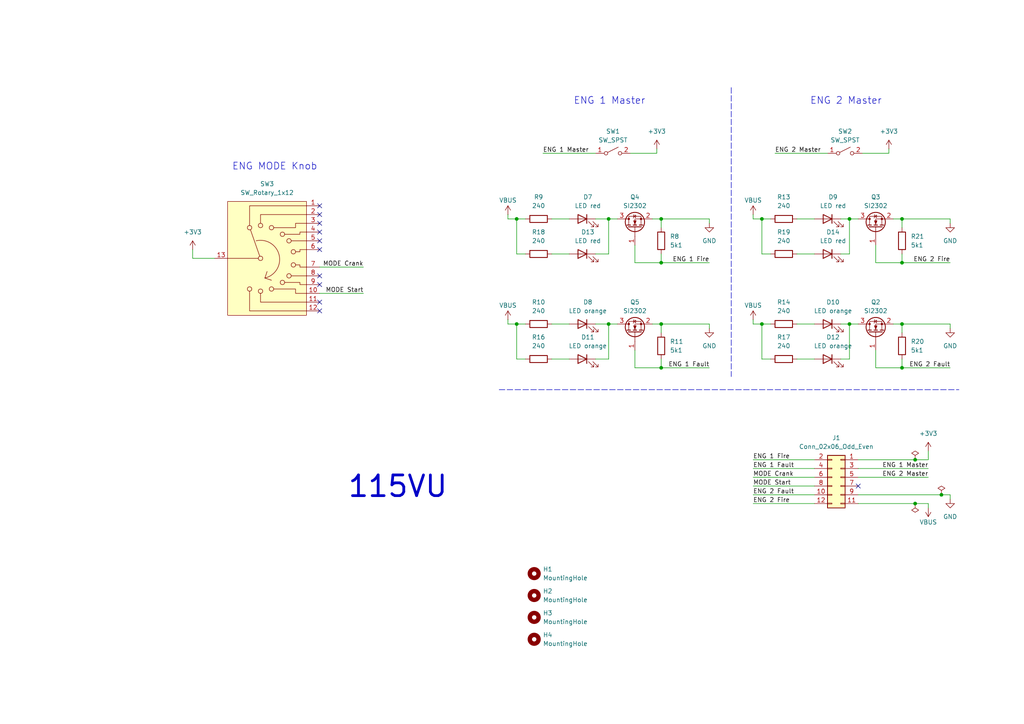
<source format=kicad_sch>
(kicad_sch (version 20231120) (generator "eeschema") (generator_version "8.0")
  (paper "A4")
  (title_block (rev "0.2"))
  (lib_symbols
    (symbol "+3V3_1" (power) (pin_numbers hide) (pin_names (offset 0) hide)
      (property "Value" "+3V3" (at 0 3.556 0))
      (symbol "+3V3_1_0_1"
        (polyline (pts (xy -0.762 1.27) (xy 0 2.54)))
        (polyline (pts (xy 0 0) (xy 0 2.54)))
        (polyline (pts (xy 0 2.54) (xy 0.762 1.27)))
      )
      (symbol "+3V3_1_1_1"
        (pin power_in line (at 0 0 90) (length 0) (name "~") (number "1"))
      )
    )
    (symbol "+3V3_2" (power) (pin_numbers hide) (pin_names (offset 0) hide)
      (property "Value" "+3V3" (at 0 3.556 0))
      (symbol "+3V3_2_0_1"
        (polyline (pts (xy -0.762 1.27) (xy 0 2.54)))
        (polyline (pts (xy 0 0) (xy 0 2.54)))
        (polyline (pts (xy 0 2.54) (xy 0.762 1.27)))
      )
      (symbol "+3V3_2_1_1"
        (pin power_in line (at 0 0 90) (length 0) (name "~") (number "1"))
      )
    )
    (symbol "+3V3_3" (power) (pin_numbers hide) (pin_names (offset 0) hide)
      (property "Value" "+3V3" (at 0 3.556 0))
      (symbol "+3V3_3_0_1"
        (polyline (pts (xy -0.762 1.27) (xy 0 2.54)))
        (polyline (pts (xy 0 0) (xy 0 2.54)))
        (polyline (pts (xy 0 2.54) (xy 0.762 1.27)))
      )
      (symbol "+3V3_3_1_1"
        (pin power_in line (at 0 0 90) (length 0) (name "~") (number "1"))
      )
    )
    (symbol "Connector_Generic:Conn_02x06_Odd_Even" (pin_names (offset 1.016) hide)
      (property "Reference" "J" (at 1.27 7.62 0))
      (property "Value" "Conn_02x06_Odd_Even" (at 1.27 -10.16 0))
      (symbol "Conn_02x06_Odd_Even_1_1"
        (rectangle (start -1.27 -7.493) (end 0 -7.747) (stroke (width 0.1524)))
        (rectangle (start -1.27 -4.953) (end 0 -5.207) (stroke (width 0.1524)))
        (rectangle (start -1.27 -2.413) (end 0 -2.667) (stroke (width 0.1524)))
        (rectangle (start -1.27 0.127) (end 0 -0.127) (stroke (width 0.1524)))
        (rectangle (start -1.27 2.667) (end 0 2.413) (stroke (width 0.1524)))
        (rectangle (start -1.27 5.207) (end 0 4.953) (stroke (width 0.1524)))
        (rectangle (start -1.27 6.35) (end 3.81 -8.89) (stroke (width 0.254)) (fill (type background)))
        (rectangle (start 3.81 -7.493) (end 2.54 -7.747) (stroke (width 0.1524)))
        (rectangle (start 3.81 -4.953) (end 2.54 -5.207) (stroke (width 0.1524)))
        (rectangle (start 3.81 -2.413) (end 2.54 -2.667) (stroke (width 0.1524)))
        (rectangle (start 3.81 0.127) (end 2.54 -0.127) (stroke (width 0.1524)))
        (rectangle (start 3.81 2.667) (end 2.54 2.413) (stroke (width 0.1524)))
        (rectangle (start 3.81 5.207) (end 2.54 4.953) (stroke (width 0.1524)))
        (pin passive line (at -5.08 5.08 0) (length 3.81) (name "Pin_1") (number "1"))
        (pin passive line (at 7.62 -5.08 180) (length 3.81) (name "Pin_10") (number "10"))
        (pin passive line (at -5.08 -7.62 0) (length 3.81) (name "Pin_11") (number "11"))
        (pin passive line (at 7.62 -7.62 180) (length 3.81) (name "Pin_12") (number "12"))
        (pin passive line (at 7.62 5.08 180) (length 3.81) (name "Pin_2") (number "2"))
        (pin passive line (at -5.08 2.54 0) (length 3.81) (name "Pin_3") (number "3"))
        (pin passive line (at 7.62 2.54 180) (length 3.81) (name "Pin_4") (number "4"))
        (pin passive line (at -5.08 0 0) (length 3.81) (name "Pin_5") (number "5"))
        (pin passive line (at 7.62 0 180) (length 3.81) (name "Pin_6") (number "6"))
        (pin passive line (at -5.08 -2.54 0) (length 3.81) (name "Pin_7") (number "7"))
        (pin passive line (at 7.62 -2.54 180) (length 3.81) (name "Pin_8") (number "8"))
        (pin passive line (at -5.08 -5.08 0) (length 3.81) (name "Pin_9") (number "9"))
      )
    )
    (symbol "Device:LED" (pin_numbers hide) (pin_names (offset 1.016) hide)
      (property "Reference" "D" (at 0 2.54 0))
      (property "Value" "LED" (at 0 -2.54 0))
      (symbol "LED_0_1"
        (polyline (pts (xy -1.27 -1.27) (xy -1.27 1.27)) (stroke (width 0.254)))
        (polyline (pts (xy -1.27 0) (xy 1.27 0)))
        (polyline (pts (xy 1.27 -1.27) (xy 1.27 1.27) (xy -1.27 0) (xy 1.27 -1.27)) (stroke (width 0.254)))
        (polyline (pts (xy -3.048 -0.762) (xy -4.572 -2.286) (xy -3.81 -2.286) (xy -4.572 -2.286) (xy -4.572 -1.524)))
        (polyline (pts (xy -1.778 -0.762) (xy -3.302 -2.286) (xy -2.54 -2.286) (xy -3.302 -2.286) (xy -3.302 -1.524)))
      )
      (symbol "LED_1_1"
        (pin passive line (at -3.81 0 0) (length 2.54) (name "K") (number "1"))
        (pin passive line (at 3.81 0 180) (length 2.54) (name "A") (number "2"))
      )
    )
    (symbol "Device:R" (pin_numbers hide) (pin_names (offset 0))
      (property "Reference" "R" (at 2.032 0 90))
      (property "Value" "R" (at 0 0 90))
      (symbol "R_0_1"
        (rectangle (start -1.016 -2.54) (end 1.016 2.54) (stroke (width 0.254)))
      )
      (symbol "R_1_1"
        (pin passive line (at 0 3.81 270) (length 1.27) (name "~") (number "1"))
        (pin passive line (at 0 -3.81 90) (length 1.27) (name "~") (number "2"))
      )
    )
    (symbol "GND_1" (power) (pin_numbers hide) (pin_names (offset 0) hide)
      (property "Value" "GND" (at 0 -3.81 0))
      (symbol "GND_1_0_1"
        (polyline (pts (xy 0 0) (xy 0 -1.27) (xy 1.27 -1.27) (xy 0 -2.54) (xy -1.27 -1.27) (xy 0 -1.27)))
      )
      (symbol "GND_1_1_1"
        (pin power_in line (at 0 0 270) (length 0) (name "~") (number "1"))
      )
    )
    (symbol "GND_2" (power) (pin_numbers hide) (pin_names (offset 0) hide)
      (property "Value" "GND" (at 0 -3.81 0))
      (symbol "GND_2_0_1"
        (polyline (pts (xy 0 0) (xy 0 -1.27) (xy 1.27 -1.27) (xy 0 -2.54) (xy -1.27 -1.27) (xy 0 -1.27)))
      )
      (symbol "GND_2_1_1"
        (pin power_in line (at 0 0 270) (length 0) (name "~") (number "1"))
      )
    )
    (symbol "GND_3" (power) (pin_numbers hide) (pin_names (offset 0) hide)
      (property "Value" "GND" (at 0 -3.81 0))
      (symbol "GND_3_0_1"
        (polyline (pts (xy 0 0) (xy 0 -1.27) (xy 1.27 -1.27) (xy 0 -2.54) (xy -1.27 -1.27) (xy 0 -1.27)))
      )
      (symbol "GND_3_1_1"
        (pin power_in line (at 0 0 270) (length 0) (name "~") (number "1"))
      )
    )
    (symbol "GND_4" (power) (pin_numbers hide) (pin_names (offset 0) hide)
      (property "Value" "GND" (at 0 -3.81 0))
      (symbol "GND_4_0_1"
        (polyline (pts (xy 0 0) (xy 0 -1.27) (xy 1.27 -1.27) (xy 0 -2.54) (xy -1.27 -1.27) (xy 0 -1.27)))
      )
      (symbol "GND_4_1_1"
        (pin power_in line (at 0 0 270) (length 0) (name "~") (number "1"))
      )
    )
    (symbol "Mechanical:MountingHole" (pin_names (offset 1.016))
      (property "Reference" "H" (at 0 5.08 0))
      (property "Value" "MountingHole" (at 0 3.175 0))
      (symbol "MountingHole_0_1"
        (circle (center 0 0) (radius 1.27) (stroke (width 1.27)))
      )
    )
    (symbol "Switch:SW_Rotary_1x12" (pin_names (offset 1.016) hide)
      (property "Reference" "SW" (at 0 17.78 0))
      (property "Value" "SW_Rotary_1x12" (at 0 -17.78 0))
      (symbol "SW_Rotary_1x12_0_0"
        (circle (center -5.08 -8.89) (radius 0.635))
        (circle (center -5.08 8.89) (radius 0.635))
        (circle (center -1.905 -9.525) (radius 0.635))
        (circle (center -1.905 0) (radius 0.635))
        (circle (center -1.905 9.525) (radius 0.635))
        (arc (start -0.635 -5.715) (mid 3.4777 0.949) (end -3.175 5.08))
        (polyline (pts (xy -2.1336 0.6096) (xy -4.826 8.2804)))
        (polyline (pts (xy -0.635 -5.715) (xy 0 -3.81)))
        (polyline (pts (xy -0.635 -5.715) (xy 1.27 -6.35)))
        (polyline (pts (xy 6.985 -5.08) (xy 11.43 -5.08)))
        (polyline (pts (xy 6.985 5.08) (xy 11.43 5.08)))
        (polyline (pts (xy -5.08 -9.525) (xy -5.08 -15.24) (xy 11.43 -15.24)))
        (polyline (pts (xy -5.08 9.525) (xy -5.08 15.24) (xy 11.43 15.24)))
        (polyline (pts (xy -1.905 -10.16) (xy -1.905 -12.7) (xy 11.43 -12.7)))
        (polyline (pts (xy -1.905 10.16) (xy -1.905 12.7) (xy 11.43 12.7)))
        (polyline (pts (xy 1.905 -8.89) (xy 8.255 -8.89) (xy 8.255 -10.16) (xy 11.43 -10.16)))
        (polyline (pts (xy 1.905 8.89) (xy 8.255 8.89) (xy 8.255 10.16) (xy 11.43 10.16)))
        (polyline (pts (xy 5.08 -6.985) (xy 9.525 -6.985) (xy 9.525 -7.62) (xy 11.43 -7.62)))
        (polyline (pts (xy 5.08 6.985) (xy 9.525 6.985) (xy 9.525 7.62) (xy 11.43 7.62)))
        (polyline (pts (xy 8.255 -1.905) (xy 9.525 -1.905) (xy 9.525 -2.54) (xy 11.43 -2.54)))
        (polyline (pts (xy 8.255 1.905) (xy 9.525 1.905) (xy 9.525 2.54) (xy 11.43 2.54)))
        (circle (center 1.27 -8.89) (radius 0.635))
        (circle (center 1.27 8.89) (radius 0.635))
        (circle (center 4.445 -6.985) (radius 0.635))
        (circle (center 4.445 6.985) (radius 0.635))
        (circle (center 6.35 -5.08) (radius 0.635))
        (circle (center 6.35 5.08) (radius 0.635))
        (circle (center 7.62 -1.905) (radius 0.635))
        (circle (center 7.62 1.905) (radius 0.635))
      )
      (symbol "SW_Rotary_1x12_1_1"
        (rectangle (start -11.43 16.51) (end 11.43 -16.51) (fill (type background)))
        (polyline (pts (xy -11.43 0) (xy -2.54 0)))
        (pin passive line (at 15.24 15.24 180) (length 3.81) (name "1") (number "1"))
        (pin passive line (at 15.24 -10.16 180) (length 3.81) (name "10") (number "10"))
        (pin passive line (at 15.24 -12.7 180) (length 3.81) (name "11") (number "11"))
        (pin passive line (at 15.24 -15.24 180) (length 3.81) (name "12") (number "12"))
        (pin passive line (at -15.24 0 0) (length 3.81) (name "13") (number "13"))
        (pin passive line (at 15.24 12.7 180) (length 3.81) (name "2") (number "2"))
        (pin passive line (at 15.24 10.16 180) (length 3.81) (name "3") (number "3"))
        (pin passive line (at 15.24 7.62 180) (length 3.81) (name "4") (number "4"))
        (pin passive line (at 15.24 5.08 180) (length 3.81) (name "5") (number "5"))
        (pin passive line (at 15.24 2.54 180) (length 3.81) (name "6") (number "6"))
        (pin passive line (at 15.24 -2.54 180) (length 3.81) (name "7") (number "7"))
        (pin passive line (at 15.24 -5.08 180) (length 3.81) (name "8") (number "8"))
        (pin passive line (at 15.24 -7.62 180) (length 3.81) (name "9") (number "9"))
      )
    )
    (symbol "Switch:SW_SPST" (pin_names (offset 0) hide)
      (property "Reference" "SW" (at 0 3.175 0))
      (property "Value" "SW_SPST" (at 0 -2.54 0))
      (symbol "SW_SPST_0_0"
        (circle (center -2.032 0) (radius 0.508))
        (polyline (pts (xy -1.524 0.254) (xy 1.524 1.778)))
        (circle (center 2.032 0) (radius 0.508))
      )
      (symbol "SW_SPST_1_1"
        (pin passive line (at -5.08 0 0) (length 2.54) (name "A") (number "1"))
        (pin passive line (at 5.08 0 180) (length 2.54) (name "B") (number "2"))
      )
    )
    (symbol "Transistor_FET:2N7002K" (pin_names hide)
      (property "Reference" "Q" (at 5.08 1.905 0))
      (property "Value" "2N7002K" (at 5.08 0 0))
      (symbol "2N7002K_0_1"
        (polyline (pts (xy 0.254 0) (xy -2.54 0)))
        (polyline (pts (xy 0.254 1.905) (xy 0.254 -1.905)) (stroke (width 0.254)))
        (polyline (pts (xy 0.762 -1.27) (xy 0.762 -2.286)) (stroke (width 0.254)))
        (polyline (pts (xy 0.762 0.508) (xy 0.762 -0.508)) (stroke (width 0.254)))
        (polyline (pts (xy 0.762 2.286) (xy 0.762 1.27)) (stroke (width 0.254)))
        (polyline (pts (xy 2.54 2.54) (xy 2.54 1.778)))
        (polyline (pts (xy 2.54 -2.54) (xy 2.54 0) (xy 0.762 0)))
        (polyline (pts (xy 0.762 -1.778) (xy 3.302 -1.778) (xy 3.302 1.778) (xy 0.762 1.778)))
        (polyline (pts (xy 1.016 0) (xy 2.032 0.381) (xy 2.032 -0.381) (xy 1.016 0)) (fill (type outline)))
        (polyline (pts (xy 2.794 0.508) (xy 2.921 0.381) (xy 3.683 0.381) (xy 3.81 0.254)))
        (polyline (pts (xy 3.302 0.381) (xy 2.921 -0.254) (xy 3.683 -0.254) (xy 3.302 0.381)))
        (circle (center 1.651 0) (radius 2.794) (stroke (width 0.254)))
        (circle (center 2.54 -1.778) (radius 0.254) (fill (type outline)))
        (circle (center 2.54 1.778) (radius 0.254) (fill (type outline)))
      )
      (symbol "2N7002K_1_1"
        (pin input line (at -5.08 0 0) (length 2.54) (name "G") (number "1"))
        (pin passive line (at 2.54 -5.08 90) (length 2.54) (name "S") (number "2"))
        (pin passive line (at 2.54 5.08 270) (length 2.54) (name "D") (number "3"))
      )
    )
    (symbol "VBUS_1" (power) (pin_numbers hide) (pin_names (offset 0) hide)
      (property "Value" "VBUS" (at 0 3.556 0))
      (symbol "VBUS_1_0_1"
        (polyline (pts (xy -0.762 1.27) (xy 0 2.54)))
        (polyline (pts (xy 0 0) (xy 0 2.54)))
        (polyline (pts (xy 0 2.54) (xy 0.762 1.27)))
      )
      (symbol "VBUS_1_1_1"
        (pin power_in line (at 0 0 90) (length 0) (name "~") (number "1"))
      )
    )
    (symbol "VBUS_2" (power) (pin_numbers hide) (pin_names (offset 0) hide)
      (property "Value" "VBUS" (at 0 3.556 0))
      (symbol "VBUS_2_0_1"
        (polyline (pts (xy -0.762 1.27) (xy 0 2.54)))
        (polyline (pts (xy 0 0) (xy 0 2.54)))
        (polyline (pts (xy 0 2.54) (xy 0.762 1.27)))
      )
      (symbol "VBUS_2_1_1"
        (pin power_in line (at 0 0 90) (length 0) (name "~") (number "1"))
      )
    )
    (symbol "VBUS_3" (power) (pin_numbers hide) (pin_names (offset 0) hide)
      (property "Value" "VBUS" (at 0 3.556 0))
      (symbol "VBUS_3_0_1"
        (polyline (pts (xy -0.762 1.27) (xy 0 2.54)))
        (polyline (pts (xy 0 0) (xy 0 2.54)))
        (polyline (pts (xy 0 2.54) (xy 0.762 1.27)))
      )
      (symbol "VBUS_3_1_1"
        (pin power_in line (at 0 0 90) (length 0) (name "~") (number "1"))
      )
    )
    (symbol "VBUS_4" (power) (pin_numbers hide) (pin_names (offset 0) hide)
      (property "Value" "VBUS" (at 0 3.556 0))
      (symbol "VBUS_4_0_1"
        (polyline (pts (xy -0.762 1.27) (xy 0 2.54)))
        (polyline (pts (xy 0 0) (xy 0 2.54)))
        (polyline (pts (xy 0 2.54) (xy 0.762 1.27)))
      )
      (symbol "VBUS_4_1_1"
        (pin power_in line (at 0 0 90) (length 0) (name "~") (number "1"))
      )
    )
    (symbol "power:+3V3" (power) (pin_numbers hide) (pin_names (offset 0) hide)
      (property "Value" "+3V3" (at 0 3.556 0))
      (symbol "+3V3_0_1"
        (polyline (pts (xy -0.762 1.27) (xy 0 2.54)))
        (polyline (pts (xy 0 0) (xy 0 2.54)))
        (polyline (pts (xy 0 2.54) (xy 0.762 1.27)))
      )
      (symbol "+3V3_1_1"
        (pin power_in line (at 0 0 90) (length 0) (name "~") (number "1"))
      )
    )
    (symbol "power:GND" (power) (pin_numbers hide) (pin_names (offset 0) hide)
      (property "Value" "GND" (at 0 -3.81 0))
      (symbol "GND_0_1"
        (polyline (pts (xy 0 0) (xy 0 -1.27) (xy 1.27 -1.27) (xy 0 -2.54) (xy -1.27 -1.27) (xy 0 -1.27)))
      )
      (symbol "GND_1_1"
        (pin power_in line (at 0 0 270) (length 0) (name "~") (number "1"))
      )
    )
    (symbol "power:PWR_FLAG" (power) (pin_numbers hide) (pin_names (offset 0) hide)
      (property "Value" "PWR_FLAG" (at 0 3.81 0))
      (symbol "PWR_FLAG_0_0"
        (pin power_out line (at 0 0 90) (length 0) (name "~") (number "1"))
      )
      (symbol "PWR_FLAG_0_1"
        (polyline (pts (xy 0 0) (xy 0 1.27) (xy -1.016 1.905) (xy 0 2.54) (xy 1.016 1.905) (xy 0 1.27)))
      )
    )
    (symbol "power:VBUS" (power) (pin_numbers hide) (pin_names (offset 0) hide)
      (property "Value" "VBUS" (at 0 3.556 0))
      (symbol "VBUS_0_1"
        (polyline (pts (xy -0.762 1.27) (xy 0 2.54)))
        (polyline (pts (xy 0 0) (xy 0 2.54)))
        (polyline (pts (xy 0 2.54) (xy 0.762 1.27)))
      )
      (symbol "VBUS_1_1"
        (pin power_in line (at 0 0 90) (length 0) (name "~") (number "1"))
      )
    )
  )
  (junction (at 261.62 93.98))
  (junction (at 176.53 93.98))
  (junction (at 149.86 63.5))
  (junction (at 191.77 76.2))
  (junction (at 191.77 106.68))
  (junction (at 261.62 63.5))
  (junction (at 220.98 63.5))
  (junction (at 220.98 93.98))
  (junction (at 261.62 76.2))
  (junction (at 261.62 106.68))
  (junction (at 191.77 63.5))
  (junction (at 246.38 93.98))
  (junction (at 265.43 146.05))
  (junction (at 265.43 133.35))
  (junction (at 273.05 143.51))
  (junction (at 246.38 63.5))
  (junction (at 176.53 63.5))
  (junction (at 191.77 93.98))
  (junction (at 149.86 93.98))
  (no_connect (at 92.71 72.39))
  (no_connect (at 248.92 140.97))
  (no_connect (at 92.71 80.01))
  (no_connect (at 92.71 90.17))
  (no_connect (at 92.71 59.69))
  (no_connect (at 92.71 64.77))
  (no_connect (at 92.71 67.31))
  (no_connect (at 92.71 62.23))
  (no_connect (at 92.71 69.85))
  (no_connect (at 92.71 82.55))
  (no_connect (at 92.71 87.63))
  (wire (pts (xy 243.84 104.14) (xy 246.38 104.14)))
  (wire (pts (xy 275.59 93.98) (xy 261.62 93.98)))
  (wire (pts (xy 160.02 104.14) (xy 165.1 104.14)))
  (wire (pts (xy 92.71 85.09) (xy 105.41 85.09)))
  (wire (pts (xy 160.02 93.98) (xy 165.1 93.98)))
  (wire (pts (xy 218.44 93.98) (xy 220.98 93.98)))
  (wire (pts (xy 218.44 140.97) (xy 236.22 140.97)))
  (wire (pts (xy 147.32 62.23) (xy 147.32 63.5)))
  (wire (pts (xy 205.74 93.98) (xy 191.77 93.98)))
  (wire (pts (xy 259.08 63.5) (xy 261.62 63.5)))
  (wire (pts (xy 191.77 76.2) (xy 205.74 76.2)))
  (wire (pts (xy 184.15 71.12) (xy 184.15 76.2)))
  (wire (pts (xy 220.98 93.98) (xy 220.98 104.14)))
  (wire (pts (xy 261.62 76.2) (xy 275.59 76.2)))
  (wire (pts (xy 248.92 143.51) (xy 273.05 143.51)))
  (wire (pts (xy 147.32 93.98) (xy 149.86 93.98)))
  (wire (pts (xy 218.44 146.05) (xy 236.22 146.05)))
  (wire (pts (xy 149.86 63.5) (xy 152.4 63.5)))
  (wire (pts (xy 184.15 101.6) (xy 184.15 106.68)))
  (wire (pts (xy 149.86 93.98) (xy 152.4 93.98)))
  (wire (pts (xy 176.53 93.98) (xy 179.07 93.98)))
  (wire (pts (xy 205.74 64.77) (xy 205.74 63.5)))
  (wire (pts (xy 189.23 93.98) (xy 191.77 93.98)))
  (wire (pts (xy 246.38 63.5) (xy 248.92 63.5)))
  (wire (pts (xy 265.43 146.05) (xy 269.24 146.05)))
  (wire (pts (xy 172.72 104.14) (xy 176.53 104.14)))
  (wire (pts (xy 218.44 62.23) (xy 218.44 63.5)))
  (wire (pts (xy 248.92 133.35) (xy 265.43 133.35)))
  (polyline (pts (xy 144.78 113.03) (xy 278.13 113.03)) (stroke (width 0) (type dash)))
  (wire (pts (xy 55.88 72.39) (xy 55.88 74.93)))
  (wire (pts (xy 205.74 63.5) (xy 191.77 63.5)))
  (wire (pts (xy 254 101.6) (xy 254 106.68)))
  (wire (pts (xy 176.53 63.5) (xy 172.72 63.5)))
  (wire (pts (xy 246.38 63.5) (xy 243.84 63.5)))
  (wire (pts (xy 275.59 63.5) (xy 261.62 63.5)))
  (wire (pts (xy 191.77 63.5) (xy 191.77 66.04)))
  (wire (pts (xy 147.32 92.71) (xy 147.32 93.98)))
  (wire (pts (xy 254 106.68) (xy 261.62 106.68)))
  (wire (pts (xy 243.84 73.66) (xy 246.38 73.66)))
  (wire (pts (xy 269.24 147.32) (xy 269.24 146.05)))
  (wire (pts (xy 55.88 74.93) (xy 62.23 74.93)))
  (wire (pts (xy 152.4 73.66) (xy 149.86 73.66)))
  (wire (pts (xy 269.24 130.81) (xy 269.24 133.35)))
  (wire (pts (xy 275.59 64.77) (xy 275.59 63.5)))
  (wire (pts (xy 191.77 73.66) (xy 191.77 76.2)))
  (wire (pts (xy 231.14 93.98) (xy 236.22 93.98)))
  (wire (pts (xy 218.44 92.71) (xy 218.44 93.98)))
  (wire (pts (xy 218.44 138.43) (xy 236.22 138.43)))
  (wire (pts (xy 218.44 135.89) (xy 236.22 135.89)))
  (wire (pts (xy 152.4 104.14) (xy 149.86 104.14)))
  (wire (pts (xy 261.62 93.98) (xy 261.62 96.52)))
  (wire (pts (xy 92.71 77.47) (xy 105.41 77.47)))
  (wire (pts (xy 191.77 93.98) (xy 191.77 96.52)))
  (wire (pts (xy 160.02 73.66) (xy 165.1 73.66)))
  (wire (pts (xy 248.92 135.89) (xy 269.24 135.89)))
  (wire (pts (xy 184.15 76.2) (xy 191.77 76.2)))
  (wire (pts (xy 220.98 63.5) (xy 220.98 73.66)))
  (wire (pts (xy 231.14 104.14) (xy 236.22 104.14)))
  (wire (pts (xy 275.59 143.51) (xy 275.59 144.78)))
  (wire (pts (xy 273.05 143.51) (xy 275.59 143.51)))
  (wire (pts (xy 254 71.12) (xy 254 76.2)))
  (wire (pts (xy 248.92 138.43) (xy 269.24 138.43)))
  (wire (pts (xy 231.14 73.66) (xy 236.22 73.66)))
  (polyline (pts (xy 212.09 25.4) (xy 212.09 109.22)) (stroke (width 0) (type dash)))
  (wire (pts (xy 218.44 133.35) (xy 236.22 133.35)))
  (wire (pts (xy 157.48 44.45) (xy 172.72 44.45)))
  (wire (pts (xy 246.38 93.98) (xy 248.92 93.98)))
  (wire (pts (xy 275.59 95.25) (xy 275.59 93.98)))
  (wire (pts (xy 176.53 63.5) (xy 179.07 63.5)))
  (wire (pts (xy 265.43 133.35) (xy 269.24 133.35)))
  (wire (pts (xy 231.14 63.5) (xy 236.22 63.5)))
  (wire (pts (xy 224.79 44.45) (xy 240.03 44.45)))
  (wire (pts (xy 220.98 63.5) (xy 223.52 63.5)))
  (wire (pts (xy 176.53 93.98) (xy 172.72 93.98)))
  (wire (pts (xy 254 76.2) (xy 261.62 76.2)))
  (wire (pts (xy 218.44 143.51) (xy 236.22 143.51)))
  (wire (pts (xy 182.88 44.45) (xy 190.5 44.45)))
  (wire (pts (xy 261.62 104.14) (xy 261.62 106.68)))
  (wire (pts (xy 257.81 43.18) (xy 257.81 44.45)))
  (wire (pts (xy 205.74 95.25) (xy 205.74 93.98)))
  (wire (pts (xy 259.08 93.98) (xy 261.62 93.98)))
  (wire (pts (xy 176.53 93.98) (xy 176.53 104.14)))
  (wire (pts (xy 149.86 63.5) (xy 149.86 73.66)))
  (wire (pts (xy 250.19 44.45) (xy 257.81 44.45)))
  (wire (pts (xy 176.53 63.5) (xy 176.53 73.66)))
  (wire (pts (xy 147.32 63.5) (xy 149.86 63.5)))
  (wire (pts (xy 261.62 73.66) (xy 261.62 76.2)))
  (wire (pts (xy 246.38 63.5) (xy 246.38 73.66)))
  (wire (pts (xy 223.52 73.66) (xy 220.98 73.66)))
  (wire (pts (xy 246.38 93.98) (xy 243.84 93.98)))
  (wire (pts (xy 160.02 63.5) (xy 165.1 63.5)))
  (wire (pts (xy 191.77 106.68) (xy 205.74 106.68)))
  (wire (pts (xy 261.62 106.68) (xy 275.59 106.68)))
  (wire (pts (xy 191.77 104.14) (xy 191.77 106.68)))
  (wire (pts (xy 184.15 106.68) (xy 191.77 106.68)))
  (wire (pts (xy 246.38 93.98) (xy 246.38 104.14)))
  (wire (pts (xy 261.62 63.5) (xy 261.62 66.04)))
  (wire (pts (xy 223.52 104.14) (xy 220.98 104.14)))
  (wire (pts (xy 172.72 73.66) (xy 176.53 73.66)))
  (wire (pts (xy 149.86 93.98) (xy 149.86 104.14)))
  (wire (pts (xy 190.5 43.18) (xy 190.5 44.45)))
  (wire (pts (xy 248.92 146.05) (xy 265.43 146.05)))
  (wire (pts (xy 218.44 63.5) (xy 220.98 63.5)))
  (wire (pts (xy 189.23 63.5) (xy 191.77 63.5)))
  (wire (pts (xy 220.98 93.98) (xy 223.52 93.98)))
  (text "ENG 1 Master" (at 166.37 30.48 0) (effects (font (size 2 2)) (justify left bottom)))
  (text "ENG MODE Knob" (at 67.31 49.53 0) (effects (font (size 2 2)) (justify left bottom)))
  (text "115VU" (at 100.584 144.78 0) (effects (font (size 6 6) (thickness 0.8) (bold yes)) (justify left bottom)))
  (text "ENG 2 Master" (at 234.95 30.48 0) (effects (font (size 2 2)) (justify left bottom)))
  (label "ENG 1 Fault" (at 218.44 135.89 0))
  (label "ENG 1 Master" (at 269.24 135.89 180))
  (label "ENG 2 Fault" (at 218.44 143.51 0))
  (label "MODE Crank" (at 105.41 77.47 180))
  (label "ENG 1 Master" (at 157.48 44.45 0))
  (label "ENG 2 Master" (at 224.79 44.45 0))
  (label "MODE Start" (at 218.44 140.97 0))
  (label "ENG 2 Fault" (at 275.59 106.68 180))
  (label "ENG 2 Fire" (at 218.44 146.05 0))
  (label "MODE Start" (at 105.41 85.09 180))
  (label "ENG 2 Master" (at 269.24 138.43 180))
  (label "ENG 1 Fire" (at 218.44 133.35 0))
  (label "MODE Crank" (at 218.44 138.43 0))
  (label "ENG 1 Fire" (at 205.74 76.2 180))
  (label "ENG 2 Fire" (at 275.59 76.2 180))
  (label "ENG 1 Fault" (at 205.74 106.68 180))
  (symbol (lib_id "power:PWR_FLAG") (at 265.43 146.05 180) (unit 1)
    (property "Reference" "#FLG02" (effects (hide yes)))
    (property "Value" "PWR_FLAG" (effects (hide yes)))
    (property "Description" "Special symbol for telling ERC where power comes from" (effects (hide yes)))
  )
  (symbol (lib_id "Device:R") (at 156.21 63.5 90) (unit 1)
    (property "Reference" "R9" (at 156.21 57.15 90))
    (property "Value" "240" (at 156.21 59.69 90))
    (property "Footprint" "Resistor_SMD:R_0805_2012Metric" (effects (hide yes)))
    (property "Datasheet" "https://www.lcsc.com/datasheet/lcsc_datasheet_2206010200_UNI-ROYAL-Uniroyal-Elec-0805W8F2400T5E_C17572.pdf" (effects (hide yes)))
    (property "JLCPCB Part" "C17572" (effects (hide yes)))
    (property "Manufracturer" "UNI-ROYAL(Uniroyal Elec)" (effects (hide yes)))
    (property "Manufracturer Part Number" "0805W8F1000T5E" (effects (hide yes)))
  )
  (symbol (lib_id "Device:LED") (at 240.03 93.98 0) (mirror y) (unit 1)
    (property "Reference" "D10" (at 241.6175 87.63 0))
    (property "Value" "LED orange" (at 241.6175 90.17 0))
    (property "Footprint" "LED_SMD:LED_0603_1608Metric" (effects (hide yes)))
    (property "Datasheet" "https://datasheet.lcsc.com/lcsc/1810201530_BrtLed-Bright-LED-Elec-BL-HKC36G-AV-TRB_C165981.pdf" (effects (hide yes)))
    (property "JLCPCB Part" "C165981" (effects (hide yes)))
    (property "Manufracturer" "BrtLed(Bright LED Elec)" (effects (hide yes)))
    (property "Manufracturer Part Number" "BL-HKC36G-AV-TRB" (effects (hide yes)))
  )
  (symbol (lib_id "Connector_Generic:Conn_02x06_Odd_Even") (at 243.84 138.43 0) (mirror y) (unit 1)
    (property "Reference" "J1" (at 242.57 127 0))
    (property "Value" "Conn_02x06_Odd_Even" (at 242.57 129.54 0))
    (property "Footprint" "Connector_IDC:IDC-Header_2x06_P2.54mm_Vertical" (effects (hide yes)))
  )
  (symbol (lib_id "Device:R") (at 227.33 63.5 90) (unit 1)
    (property "Reference" "R13" (at 227.33 57.15 90))
    (property "Value" "240" (at 227.33 59.69 90))
    (property "Footprint" "Resistor_SMD:R_0805_2012Metric" (effects (hide yes)))
    (property "Datasheet" "https://www.lcsc.com/datasheet/lcsc_datasheet_2206010200_UNI-ROYAL-Uniroyal-Elec-0805W8F2400T5E_C17572.pdf" (effects (hide yes)))
    (property "JLCPCB Part" "C17572" (effects (hide yes)))
    (property "Manufracturer" "UNI-ROYAL(Uniroyal Elec)" (effects (hide yes)))
    (property "Manufracturer Part Number" "0805W8F1000T5E" (effects (hide yes)))
  )
  (symbol (lib_id "Mechanical:MountingHole") (at 154.94 185.42 0) (unit 1) (in_bom no)
    (property "Reference" "H4" (at 157.48 184.15 0) (effects (justify left)))
    (property "Value" "MountingHole" (at 157.48 186.69 0) (effects (justify left)))
    (property "Footprint" "MountingHole:MountingHole_2.2mm_M2" (effects (hide yes)))
  )
  (symbol (lib_id "Device:LED") (at 168.91 104.14 0) (mirror y) (unit 1)
    (property "Reference" "D11" (at 170.4975 97.79 0))
    (property "Value" "LED orange" (at 170.4975 100.33 0))
    (property "Footprint" "LED_SMD:LED_0603_1608Metric" (effects (hide yes)))
    (property "Datasheet" "https://datasheet.lcsc.com/lcsc/1810201530_BrtLed-Bright-LED-Elec-BL-HKC36G-AV-TRB_C165981.pdf" (effects (hide yes)))
    (property "JLCPCB Part" "C165981" (effects (hide yes)))
    (property "Manufracturer" "BrtLed(Bright LED Elec)" (effects (hide yes)))
    (property "Manufracturer Part Number" "BL-HKC36G-AV-TRB" (effects (hide yes)))
  )
  (symbol (lib_id "Transistor_FET:2N7002K") (at 184.15 96.52 90) (unit 1)
    (property "Reference" "Q5" (at 184.15 87.63 90))
    (property "Value" "SI2302" (at 184.15 90.17 90))
    (property "Footprint" "Package_TO_SOT_SMD:SOT-23" (effects (hide yes)))
    (property "Datasheet" "https://www.diodes.com/assets/Datasheets/ds30896.pdf" (effects (hide yes)))
    (property "Description" "0.38A Id, 60V Vds, N-Channel MOSFET, SOT-23" (effects (hide yes)))
    (property "Manufracturer" "YONGYUTAI" (effects (hide yes)))
    (property "Manufracturer Part Number" "SI2302" (effects (hide yes)))
    (property "JLCPCB Part" "C2891732" (effects (hide yes)))
  )
  (symbol (lib_name "VBUS_1") (lib_id "power:VBUS") (at 218.44 62.23 0) (unit 1)
    (property "Reference" "#PWR019" (effects (hide yes)))
    (property "Value" "VBUS" (at 218.44 58.0969 0))
    (property "Description" "Power symbol creates a global label with name \"VBUS\"" (effects (hide yes)))
  )
  (symbol (lib_id "Switch:SW_Rotary_1x12") (at 77.47 74.93 0) (unit 1)
    (property "Reference" "SW3" (at 77.47 53.34 0))
    (property "Value" "SW_Rotary_1x12" (at 77.47 55.88 0))
    (property "Footprint" "NiasStuff:C&K_Rotary_Switches" (effects (hide yes)))
    (property "Datasheet" "https://www.mouser.de/datasheet/2/240/arotary-3050724.pdf" (effects (hide yes)))
    (property "JLCPCB Part" "N/A" (effects (hide yes)))
    (property "Manufracturer" "C&K" (effects (hide yes)))
    (property "Manufracturer Part Number" "A12505RNZQ " (effects (hide yes)))
  )
  (symbol (lib_id "Transistor_FET:2N7002K") (at 254 96.52 90) (unit 1)
    (property "Reference" "Q2" (at 254 87.63 90))
    (property "Value" "SI2302" (at 254 90.17 90))
    (property "Footprint" "Package_TO_SOT_SMD:SOT-23" (effects (hide yes)))
    (property "Datasheet" "https://www.diodes.com/assets/Datasheets/ds30896.pdf" (effects (hide yes)))
    (property "Description" "0.38A Id, 60V Vds, N-Channel MOSFET, SOT-23" (effects (hide yes)))
    (property "Manufracturer" "YONGYUTAI" (effects (hide yes)))
    (property "Manufracturer Part Number" "SI2302" (effects (hide yes)))
    (property "JLCPCB Part" "C2891732" (effects (hide yes)))
  )
  (symbol (lib_name "VBUS_2") (lib_id "power:VBUS") (at 147.32 92.71 0) (unit 1)
    (property "Reference" "#PWR09" (effects (hide yes)))
    (property "Value" "VBUS" (at 147.32 88.5769 0))
    (property "Description" "Power symbol creates a global label with name \"VBUS\"" (effects (hide yes)))
  )
  (symbol (lib_id "Device:R") (at 191.77 100.33 180) (unit 1)
    (property "Reference" "R11" (at 194.31 99.06 0) (effects (justify right)))
    (property "Value" "5k1" (at 194.31 101.6 0) (effects (justify right)))
    (property "Footprint" "Resistor_SMD:R_0603_1608Metric" (effects (hide yes)))
    (property "Datasheet" "https://www.lcsc.com/datasheet/lcsc_datasheet_2206010116_UNI-ROYAL-Uniroyal-Elec-0603WAF5101T5E_C23186.pdf" (effects (hide yes)))
    (property "JLCPCB Part" "C23186" (effects (hide yes)))
    (property "Manufracturer" "UNI-ROYAL(Uniroyal Elec)" (effects (hide yes)))
    (property "Manufracturer Part Number" "0603WAF5101T5E" (effects (hide yes)))
  )
  (symbol (lib_id "Switch:SW_SPST") (at 245.11 44.45 0) (unit 1)
    (property "Reference" "SW2" (at 245.11 38.1 0))
    (property "Value" "SW_SPST" (at 245.11 40.64 0))
    (property "Footprint" "NiasStuff:SW_SPDT_YUEN-FUNG_MT-0-102-A101-M200-RS" (effects (hide yes)))
    (property "Datasheet" "https://www.lcsc.com/datasheet/lcsc_datasheet_2307200931_YUEN-FUNG-MT-0-102-A101-M200-RS_C1788492.pdf" (effects (hide yes)))
    (property "JLCPCB Part" "C1788492" (effects (hide yes)))
    (property "Manufracturer" "YUEN FUNG" (effects (hide yes)))
    (property "Manufracturer Part Number" "MT-0-102-A101-M200-RS" (effects (hide yes)))
  )
  (symbol (lib_name "+3V3_3") (lib_id "power:+3V3") (at 269.24 130.81 0) (unit 1)
    (property "Reference" "#PWR03" (effects (hide yes)))
    (property "Value" "+3V3" (at 269.24 125.73 0))
    (property "Description" "Power symbol creates a global label with name \"+3V3\"" (effects (hide yes)))
  )
  (symbol (lib_id "power:VBUS") (at 269.24 147.32 180) (unit 1)
    (property "Reference" "#PWR04" (effects (hide yes)))
    (property "Value" "VBUS" (at 269.24 151.4531 0))
    (property "Description" "Power symbol creates a global label with name \"VBUS\"" (effects (hide yes)))
  )
  (symbol (lib_id "Device:LED") (at 240.03 63.5 0) (mirror y) (unit 1)
    (property "Reference" "D9" (at 241.6175 57.15 0))
    (property "Value" "LED red" (at 241.6175 59.69 0))
    (property "Footprint" "LED_SMD:LED_0603_1608Metric" (effects (hide yes)))
    (property "Datasheet" "https://datasheet.lcsc.com/lcsc/1811131213_BrtLed-Bright-LED-Elec-BL-HUB36G-AV-TRB_C94743.pdf" (effects (hide yes)))
    (property "JLCPCB Part" "C94743" (effects (hide yes)))
    (property "Manufracturer" "BrtLed(Bright LED Elec)" (effects (hide yes)))
    (property "Manufracturer Part Number" "BL-HUB36G-AV-TRB" (effects (hide yes)))
  )
  (symbol (lib_id "Device:R") (at 261.62 69.85 180) (unit 1)
    (property "Reference" "R21" (at 264.16 68.58 0) (effects (justify right)))
    (property "Value" "5k1" (at 264.16 71.12 0) (effects (justify right)))
    (property "Footprint" "Resistor_SMD:R_0603_1608Metric" (effects (hide yes)))
    (property "Datasheet" "https://www.lcsc.com/datasheet/lcsc_datasheet_2206010116_UNI-ROYAL-Uniroyal-Elec-0603WAF5101T5E_C23186.pdf" (effects (hide yes)))
    (property "JLCPCB Part" "C23186" (effects (hide yes)))
    (property "Manufracturer" "UNI-ROYAL(Uniroyal Elec)" (effects (hide yes)))
    (property "Manufracturer Part Number" "0603WAF5101T5E" (effects (hide yes)))
  )
  (symbol (lib_name "+3V3_1") (lib_id "power:+3V3") (at 257.81 43.18 0) (unit 1)
    (property "Reference" "#PWR015" (effects (hide yes)))
    (property "Value" "+3V3" (at 257.81 38.1 0))
    (property "Description" "Power symbol creates a global label with name \"+3V3\"" (effects (hide yes)))
  )
  (symbol (lib_name "GND_4") (lib_id "power:GND") (at 275.59 95.25 0) (unit 1)
    (property "Reference" "#PWR018" (effects (hide yes)))
    (property "Value" "GND" (at 275.59 100.33 0))
    (property "Description" "Power symbol creates a global label with name \"GND\" , ground" (effects (hide yes)))
  )
  (symbol (lib_id "Mechanical:MountingHole") (at 154.94 166.37 0) (unit 1) (in_bom no)
    (property "Reference" "H1" (at 157.48 165.1 0) (effects (justify left)))
    (property "Value" "MountingHole" (at 157.48 167.64 0) (effects (justify left)))
    (property "Footprint" "MountingHole:MountingHole_2.2mm_M2" (effects (hide yes)))
  )
  (symbol (lib_id "Device:R") (at 227.33 73.66 90) (unit 1)
    (property "Reference" "R19" (at 227.33 67.31 90))
    (property "Value" "240" (at 227.33 69.85 90))
    (property "Footprint" "Resistor_SMD:R_0805_2012Metric" (effects (hide yes)))
    (property "Datasheet" "https://www.lcsc.com/datasheet/lcsc_datasheet_2206010200_UNI-ROYAL-Uniroyal-Elec-0805W8F2400T5E_C17572.pdf" (effects (hide yes)))
    (property "JLCPCB Part" "C17572" (effects (hide yes)))
    (property "Manufracturer" "UNI-ROYAL(Uniroyal Elec)" (effects (hide yes)))
    (property "Manufracturer Part Number" "0805W8F1000T5E" (effects (hide yes)))
  )
  (symbol (lib_name "GND_1") (lib_id "power:GND") (at 205.74 95.25 0) (unit 1)
    (property "Reference" "#PWR08" (effects (hide yes)))
    (property "Value" "GND" (at 205.74 100.33 0))
    (property "Description" "Power symbol creates a global label with name \"GND\" , ground" (effects (hide yes)))
  )
  (symbol (lib_id "Mechanical:MountingHole") (at 154.94 172.72 0) (unit 1) (in_bom no)
    (property "Reference" "H2" (at 157.48 171.45 0) (effects (justify left)))
    (property "Value" "MountingHole" (at 157.48 173.99 0) (effects (justify left)))
    (property "Footprint" "MountingHole:MountingHole_2.2mm_M2" (effects (hide yes)))
  )
  (symbol (lib_id "Device:R") (at 227.33 93.98 90) (unit 1)
    (property "Reference" "R14" (at 227.33 87.63 90))
    (property "Value" "240" (at 227.33 90.17 90))
    (property "Footprint" "Resistor_SMD:R_0805_2012Metric" (effects (hide yes)))
    (property "Datasheet" "https://www.lcsc.com/datasheet/lcsc_datasheet_2206010200_UNI-ROYAL-Uniroyal-Elec-0805W8F2400T5E_C17572.pdf" (effects (hide yes)))
    (property "JLCPCB Part" "C17572" (effects (hide yes)))
    (property "Manufracturer" "UNI-ROYAL(Uniroyal Elec)" (effects (hide yes)))
    (property "Manufracturer Part Number" "0805W8F1000T5E" (effects (hide yes)))
  )
  (symbol (lib_name "VBUS_3") (lib_id "power:VBUS") (at 218.44 92.71 0) (unit 1)
    (property "Reference" "#PWR014" (effects (hide yes)))
    (property "Value" "VBUS" (at 218.44 88.5769 0))
    (property "Description" "Power symbol creates a global label with name \"VBUS\"" (effects (hide yes)))
  )
  (symbol (lib_id "power:+3V3") (at 55.88 72.39 0) (unit 1)
    (property "Reference" "#PWR011" (effects (hide yes)))
    (property "Value" "+3V3" (at 55.88 67.31 0))
    (property "Description" "Power symbol creates a global label with name \"+3V3\"" (effects (hide yes)))
  )
  (symbol (lib_id "Device:R") (at 156.21 104.14 90) (unit 1)
    (property "Reference" "R16" (at 156.21 97.79 90))
    (property "Value" "240" (at 156.21 100.33 90))
    (property "Footprint" "Resistor_SMD:R_0805_2012Metric" (effects (hide yes)))
    (property "Datasheet" "https://www.lcsc.com/datasheet/lcsc_datasheet_2206010200_UNI-ROYAL-Uniroyal-Elec-0805W8F2400T5E_C17572.pdf" (effects (hide yes)))
    (property "JLCPCB Part" "C17572" (effects (hide yes)))
    (property "Manufracturer" "UNI-ROYAL(Uniroyal Elec)" (effects (hide yes)))
    (property "Manufracturer Part Number" "0805W8F1000T5E" (effects (hide yes)))
  )
  (symbol (lib_id "power:PWR_FLAG") (at 273.05 143.51 0) (unit 1)
    (property "Reference" "#FLG03" (effects (hide yes)))
    (property "Value" "PWR_FLAG" (effects (hide yes)))
    (property "Description" "Special symbol for telling ERC where power comes from" (effects (hide yes)))
  )
  (symbol (lib_id "Switch:SW_SPST") (at 177.8 44.45 0) (unit 1)
    (property "Reference" "SW1" (at 177.8 38.1 0))
    (property "Value" "SW_SPST" (at 177.8 40.64 0))
    (property "Footprint" "NiasStuff:SW_SPDT_YUEN-FUNG_MT-0-102-A101-M200-RS" (effects (hide yes)))
    (property "Datasheet" "https://www.lcsc.com/datasheet/lcsc_datasheet_2307200931_YUEN-FUNG-MT-0-102-A101-M200-RS_C1788492.pdf" (effects (hide yes)))
    (property "JLCPCB Part" "C1788492" (effects (hide yes)))
    (property "Manufracturer" "YUEN FUNG" (effects (hide yes)))
    (property "Manufracturer Part Number" "MT-0-102-A101-M200-RS" (effects (hide yes)))
  )
  (symbol (lib_id "Device:R") (at 191.77 69.85 180) (unit 1)
    (property "Reference" "R8" (at 194.31 68.58 0) (effects (justify right)))
    (property "Value" "5k1" (at 194.31 71.12 0) (effects (justify right)))
    (property "Footprint" "Resistor_SMD:R_0603_1608Metric" (effects (hide yes)))
    (property "Datasheet" "https://www.lcsc.com/datasheet/lcsc_datasheet_2206010116_UNI-ROYAL-Uniroyal-Elec-0603WAF5101T5E_C23186.pdf" (effects (hide yes)))
    (property "JLCPCB Part" "C23186" (effects (hide yes)))
    (property "Manufracturer" "UNI-ROYAL(Uniroyal Elec)" (effects (hide yes)))
    (property "Manufracturer Part Number" "0603WAF5101T5E" (effects (hide yes)))
  )
  (symbol (lib_id "Device:R") (at 261.62 100.33 180) (unit 1)
    (property "Reference" "R20" (at 264.16 99.06 0) (effects (justify right)))
    (property "Value" "5k1" (at 264.16 101.6 0) (effects (justify right)))
    (property "Footprint" "Resistor_SMD:R_0603_1608Metric" (effects (hide yes)))
    (property "Datasheet" "https://www.lcsc.com/datasheet/lcsc_datasheet_2206010116_UNI-ROYAL-Uniroyal-Elec-0603WAF5101T5E_C23186.pdf" (effects (hide yes)))
    (property "JLCPCB Part" "C23186" (effects (hide yes)))
    (property "Manufracturer" "UNI-ROYAL(Uniroyal Elec)" (effects (hide yes)))
    (property "Manufracturer Part Number" "0603WAF5101T5E" (effects (hide yes)))
  )
  (symbol (lib_name "VBUS_4") (lib_id "power:VBUS") (at 147.32 62.23 0) (unit 1)
    (property "Reference" "#PWR07" (effects (hide yes)))
    (property "Value" "VBUS" (at 147.32 58.0969 0))
    (property "Description" "Power symbol creates a global label with name \"VBUS\"" (effects (hide yes)))
  )
  (symbol (lib_id "Transistor_FET:2N7002K") (at 184.15 66.04 90) (unit 1)
    (property "Reference" "Q4" (at 184.15 57.15 90))
    (property "Value" "SI2302" (at 184.15 59.69 90))
    (property "Footprint" "Package_TO_SOT_SMD:SOT-23" (effects (hide yes)))
    (property "Datasheet" "https://www.diodes.com/assets/Datasheets/ds30896.pdf" (effects (hide yes)))
    (property "Description" "0.38A Id, 60V Vds, N-Channel MOSFET, SOT-23" (effects (hide yes)))
    (property "Manufracturer" "YONGYUTAI" (effects (hide yes)))
    (property "Manufracturer Part Number" "SI2302" (effects (hide yes)))
    (property "JLCPCB Part" "C2891732" (effects (hide yes)))
  )
  (symbol (lib_id "Device:LED") (at 168.91 63.5 0) (mirror y) (unit 1)
    (property "Reference" "D7" (at 170.4975 57.15 0))
    (property "Value" "LED red" (at 170.4975 59.69 0))
    (property "Footprint" "LED_SMD:LED_0603_1608Metric" (effects (hide yes)))
    (property "Datasheet" "https://datasheet.lcsc.com/lcsc/1811131213_BrtLed-Bright-LED-Elec-BL-HUB36G-AV-TRB_C94743.pdf" (effects (hide yes)))
    (property "JLCPCB Part" "C94743" (effects (hide yes)))
    (property "Manufracturer" "BrtLed(Bright LED Elec)" (effects (hide yes)))
    (property "Manufracturer Part Number" "BL-HUB36G-AV-TRB" (effects (hide yes)))
  )
  (symbol (lib_id "power:PWR_FLAG") (at 265.43 133.35 0) (unit 1)
    (property "Reference" "#FLG01" (effects (hide yes)))
    (property "Value" "PWR_FLAG" (effects (hide yes)))
    (property "Description" "Special symbol for telling ERC where power comes from" (effects (hide yes)))
  )
  (symbol (lib_id "Device:LED") (at 168.91 73.66 0) (mirror y) (unit 1)
    (property "Reference" "D13" (at 170.4975 67.31 0))
    (property "Value" "LED red" (at 170.4975 69.85 0))
    (property "Footprint" "LED_SMD:LED_0603_1608Metric" (effects (hide yes)))
    (property "Datasheet" "https://datasheet.lcsc.com/lcsc/1811131213_BrtLed-Bright-LED-Elec-BL-HUB36G-AV-TRB_C94743.pdf" (effects (hide yes)))
    (property "JLCPCB Part" "C94743" (effects (hide yes)))
    (property "Manufracturer" "BrtLed(Bright LED Elec)" (effects (hide yes)))
    (property "Manufracturer Part Number" "BL-HUB36G-AV-TRB" (effects (hide yes)))
  )
  (symbol (lib_name "+3V3_2") (lib_id "power:+3V3") (at 190.5 43.18 0) (unit 1)
    (property "Reference" "#PWR010" (effects (hide yes)))
    (property "Value" "+3V3" (at 190.5 38.1 0))
    (property "Description" "Power symbol creates a global label with name \"+3V3\"" (effects (hide yes)))
  )
  (symbol (lib_id "Device:R") (at 227.33 104.14 90) (unit 1)
    (property "Reference" "R17" (at 227.33 97.79 90))
    (property "Value" "240" (at 227.33 100.33 90))
    (property "Footprint" "Resistor_SMD:R_0805_2012Metric" (effects (hide yes)))
    (property "Datasheet" "https://www.lcsc.com/datasheet/lcsc_datasheet_2206010200_UNI-ROYAL-Uniroyal-Elec-0805W8F2400T5E_C17572.pdf" (effects (hide yes)))
    (property "JLCPCB Part" "C17572" (effects (hide yes)))
    (property "Manufracturer" "UNI-ROYAL(Uniroyal Elec)" (effects (hide yes)))
    (property "Manufracturer Part Number" "0805W8F1000T5E" (effects (hide yes)))
  )
  (symbol (lib_id "Device:LED") (at 240.03 73.66 0) (mirror y) (unit 1)
    (property "Reference" "D14" (at 241.6175 67.31 0))
    (property "Value" "LED red" (at 241.6175 69.85 0))
    (property "Footprint" "LED_SMD:LED_0603_1608Metric" (effects (hide yes)))
    (property "Datasheet" "https://datasheet.lcsc.com/lcsc/1811131213_BrtLed-Bright-LED-Elec-BL-HUB36G-AV-TRB_C94743.pdf" (effects (hide yes)))
    (property "JLCPCB Part" "C94743" (effects (hide yes)))
    (property "Manufracturer" "BrtLed(Bright LED Elec)" (effects (hide yes)))
    (property "Manufracturer Part Number" "BL-HUB36G-AV-TRB" (effects (hide yes)))
  )
  (symbol (lib_name "GND_2") (lib_id "power:GND") (at 205.74 64.77 0) (unit 1)
    (property "Reference" "#PWR06" (effects (hide yes)))
    (property "Value" "GND" (at 205.74 69.85 0))
    (property "Description" "Power symbol creates a global label with name \"GND\" , ground" (effects (hide yes)))
  )
  (symbol (lib_name "GND_3") (lib_id "power:GND") (at 275.59 64.77 0) (unit 1)
    (property "Reference" "#PWR013" (effects (hide yes)))
    (property "Value" "GND" (at 275.59 69.85 0))
    (property "Description" "Power symbol creates a global label with name \"GND\" , ground" (effects (hide yes)))
  )
  (symbol (lib_id "Device:R") (at 156.21 93.98 90) (unit 1)
    (property "Reference" "R10" (at 156.21 87.63 90))
    (property "Value" "240" (at 156.21 90.17 90))
    (property "Footprint" "Resistor_SMD:R_0805_2012Metric" (effects (hide yes)))
    (property "Datasheet" "https://www.lcsc.com/datasheet/lcsc_datasheet_2206010200_UNI-ROYAL-Uniroyal-Elec-0805W8F2400T5E_C17572.pdf" (effects (hide yes)))
    (property "JLCPCB Part" "C17572" (effects (hide yes)))
    (property "Manufracturer" "UNI-ROYAL(Uniroyal Elec)" (effects (hide yes)))
    (property "Manufracturer Part Number" "0805W8F1000T5E" (effects (hide yes)))
  )
  (symbol (lib_id "power:GND") (at 275.59 144.78 0) (unit 1)
    (property "Reference" "#PWR05" (effects (hide yes)))
    (property "Value" "GND" (at 275.59 149.86 0))
    (property "Description" "Power symbol creates a global label with name \"GND\" , ground" (effects (hide yes)))
  )
  (symbol (lib_id "Device:LED") (at 168.91 93.98 0) (mirror y) (unit 1)
    (property "Reference" "D8" (at 170.4975 87.63 0))
    (property "Value" "LED orange" (at 170.4975 90.17 0))
    (property "Footprint" "LED_SMD:LED_0603_1608Metric" (effects (hide yes)))
    (property "Datasheet" "https://datasheet.lcsc.com/lcsc/1810201530_BrtLed-Bright-LED-Elec-BL-HKC36G-AV-TRB_C165981.pdf" (effects (hide yes)))
    (property "JLCPCB Part" "C165981" (effects (hide yes)))
    (property "Manufracturer" "BrtLed(Bright LED Elec)" (effects (hide yes)))
    (property "Manufracturer Part Number" "BL-HKC36G-AV-TRB" (effects (hide yes)))
  )
  (symbol (lib_id "Mechanical:MountingHole") (at 154.94 179.07 0) (unit 1) (in_bom no)
    (property "Reference" "H3" (at 157.48 177.8 0) (effects (justify left)))
    (property "Value" "MountingHole" (at 157.48 180.34 0) (effects (justify left)))
    (property "Footprint" "MountingHole:MountingHole_2.2mm_M2" (effects (hide yes)))
  )
  (symbol (lib_id "Device:R") (at 156.21 73.66 90) (unit 1)
    (property "Reference" "R18" (at 156.21 67.31 90))
    (property "Value" "240" (at 156.21 69.85 90))
    (property "Footprint" "Resistor_SMD:R_0805_2012Metric" (effects (hide yes)))
    (property "Datasheet" "https://www.lcsc.com/datasheet/lcsc_datasheet_2206010200_UNI-ROYAL-Uniroyal-Elec-0805W8F2400T5E_C17572.pdf" (effects (hide yes)))
    (property "JLCPCB Part" "C17572" (effects (hide yes)))
    (property "Manufracturer" "UNI-ROYAL(Uniroyal Elec)" (effects (hide yes)))
    (property "Manufracturer Part Number" "0805W8F1000T5E" (effects (hide yes)))
  )
  (symbol (lib_id "Transistor_FET:2N7002K") (at 254 66.04 90) (unit 1)
    (property "Reference" "Q3" (at 254 57.15 90))
    (property "Value" "SI2302" (at 254 59.69 90))
    (property "Footprint" "Package_TO_SOT_SMD:SOT-23" (effects (hide yes)))
    (property "Datasheet" "https://www.diodes.com/assets/Datasheets/ds30896.pdf" (effects (hide yes)))
    (property "Description" "0.38A Id, 60V Vds, N-Channel MOSFET, SOT-23" (effects (hide yes)))
    (property "Manufracturer" "YONGYUTAI" (effects (hide yes)))
    (property "Manufracturer Part Number" "SI2302" (effects (hide yes)))
    (property "JLCPCB Part" "C2891732" (effects (hide yes)))
  )
  (symbol (lib_id "Device:LED") (at 240.03 104.14 0) (mirror y) (unit 1)
    (property "Reference" "D12" (at 241.6175 97.79 0))
    (property "Value" "LED orange" (at 241.6175 100.33 0))
    (property "Footprint" "LED_SMD:LED_0603_1608Metric" (effects (hide yes)))
    (property "Datasheet" "https://datasheet.lcsc.com/lcsc/1810201530_BrtLed-Bright-LED-Elec-BL-HKC36G-AV-TRB_C165981.pdf" (effects (hide yes)))
    (property "JLCPCB Part" "C165981" (effects (hide yes)))
    (property "Manufracturer" "BrtLed(Bright LED Elec)" (effects (hide yes)))
    (property "Manufracturer Part Number" "BL-HKC36G-AV-TRB" (effects (hide yes)))
  )
)
</source>
